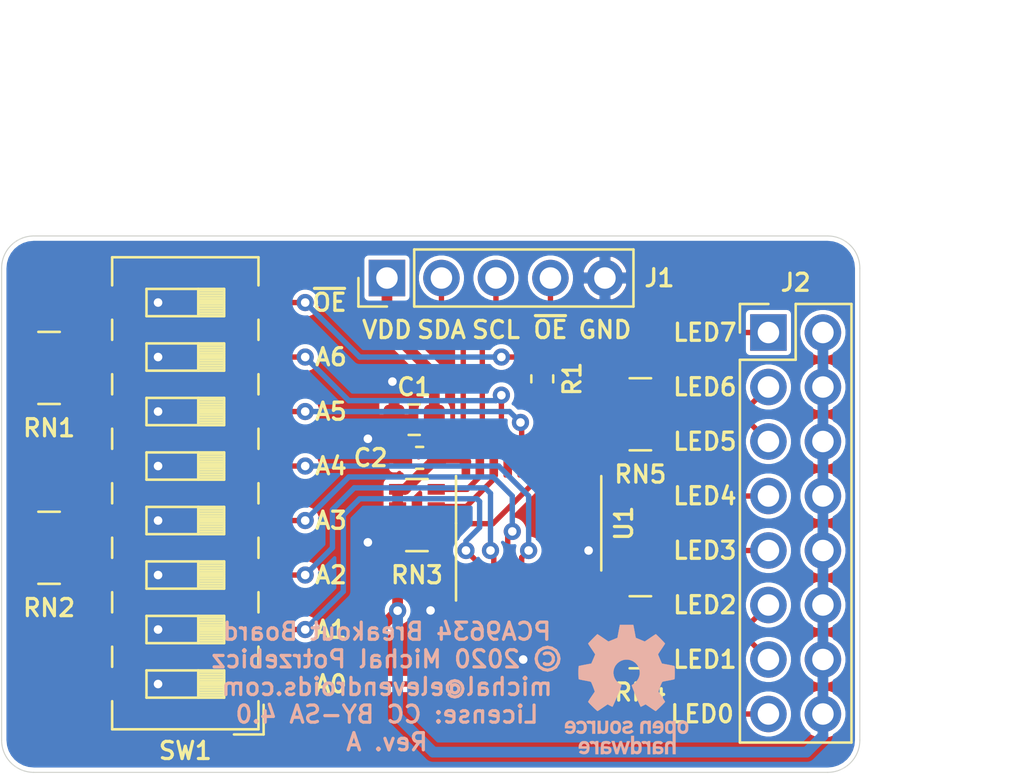
<source format=kicad_pcb>
(kicad_pcb (version 20171130) (host pcbnew 5.1.6)
  (title_block (title "PCA9634 Breakout Board") (date 2020-08-17) (rev A) (comment 3 "Michal Potrzebicz <michal@elevendroids.com>") (comment 4 "License: CC BY-SA 4.0"))
  (layers (0 F.Cu signal) (31 B.Cu signal) (34 B.Paste user) (35 F.Paste user) (36 B.SilkS user) (37 F.SilkS user) (38 B.Mask user) (39 F.Mask user) (44 Edge.Cuts user))
  (net 0 "")
  (net 1 GND)
  (net 2 /~OE)
  (net 3 /SDA)
  (net 4 /SCL)
  (net 5 "Net-(J2-Pad15)")
  (net 6 "Net-(J2-Pad13)")
  (net 7 "Net-(J2-Pad11)")
  (net 8 "Net-(J2-Pad9)")
  (net 9 "Net-(J2-Pad7)")
  (net 10 "Net-(J2-Pad5)")
  (net 11 "Net-(J2-Pad3)")
  (net 12 "Net-(J2-Pad1)")
  (net 13 "Net-(R1-Pad2)")
  (net 14 "Net-(RN1-Pad5)")
  (net 15 "Net-(RN1-Pad6)")
  (net 16 "Net-(RN1-Pad4)")
  (net 17 "Net-(RN1-Pad3)")
  (net 18 "Net-(RN4-Pad5)")
  (net 19 "Net-(RN4-Pad6)")
  (net 20 "Net-(RN4-Pad8)")
  (net 21 "Net-(RN4-Pad7)")
  (net 22 "Net-(RN5-Pad5)")
  (net 23 "Net-(RN5-Pad6)")
  (net 24 "Net-(RN5-Pad8)")
  (net 25 "Net-(RN5-Pad7)")
  (net 26 VDD)
  (net 27 /A6)
  (net 28 /A5)
  (net 29 /A4)
  (net 30 /A2)
  (net 31 /A3)
  (net 32 /A1)
  (net 33 /A0)
  (module Symbol:OSHW-Logo_5.7x6mm_SilkScreen (layer B.Cu) (at 155.956 122.047 180)
    (fp_text reference REF** hide)
    (fp_text value OSHW-Logo_5.7x6mm_SilkScreen hide)
  )
  (module Resistor_SMD:R_Array_Convex_4x0603 (layer F.Cu) (at 146.177 113.919)
    (fp_text reference RN3 (at 0 2.794) (layer F.SilkS) (effects (font (size 0.8 0.8))))
    (fp_text value 10k hide)
    (pad 5 smd rect (at 0.9 1.2) (size 0.8 0.5) (layers F.Cu F.Paste F.Mask) (net 33 /A0))
    (pad 6 smd rect (at 0.9 0.4) (size 0.8 0.4) (layers F.Cu F.Paste F.Mask) (net 2 /~OE))
    (pad 8 smd rect (at 0.9 -1.2) (size 0.8 0.5) (layers F.Cu F.Paste F.Mask) (net 3 /SDA))
    (pad 7 smd rect (at 0.9 -0.4) (size 0.8 0.4) (layers F.Cu F.Paste F.Mask) (net 4 /SCL))
    (pad 4 smd rect (at -0.9 1.2) (size 0.8 0.5) (layers F.Cu F.Paste F.Mask) (net 26 VDD))
    (pad 2 smd rect (at -0.9 -0.4) (size 0.8 0.4) (layers F.Cu F.Paste F.Mask) (net 26 VDD))
    (pad 3 smd rect (at -0.9 0.4) (size 0.8 0.4) (layers F.Cu F.Paste F.Mask) (net 26 VDD))
    (pad 1 smd rect (at -0.9 -1.2) (size 0.8 0.5) (layers F.Cu F.Paste F.Mask) (net 26 VDD))
  )
  (module Connector_PinHeader_2.54mm:PinHeader_2x08_P2.54mm_Vertical (layer F.Cu) (at 162.56 105.41)
    (fp_text reference J2 (at 1.27 -2.33) (layer F.SilkS) (effects (font (size 0.8 0.8))))
    (fp_text value Output hide)
    (pad 16 thru_hole oval (at 2.54 17.78) (size 1.7 1.7) (drill 1) (layers *.Cu *.Mask) (net 26 VDD))
    (pad 15 thru_hole oval (at 0 17.78) (size 1.7 1.7) (drill 1) (layers *.Cu *.Mask) (net 5 "Net-(J2-Pad15)"))
    (pad 14 thru_hole oval (at 2.54 15.24) (size 1.7 1.7) (drill 1) (layers *.Cu *.Mask) (net 26 VDD))
    (pad 13 thru_hole oval (at 0 15.24) (size 1.7 1.7) (drill 1) (layers *.Cu *.Mask) (net 6 "Net-(J2-Pad13)"))
    (pad 12 thru_hole oval (at 2.54 12.7) (size 1.7 1.7) (drill 1) (layers *.Cu *.Mask) (net 26 VDD))
    (pad 11 thru_hole oval (at 0 12.7) (size 1.7 1.7) (drill 1) (layers *.Cu *.Mask) (net 7 "Net-(J2-Pad11)"))
    (pad 10 thru_hole oval (at 2.54 10.16) (size 1.7 1.7) (drill 1) (layers *.Cu *.Mask) (net 26 VDD))
    (pad 9 thru_hole oval (at 0 10.16) (size 1.7 1.7) (drill 1) (layers *.Cu *.Mask) (net 8 "Net-(J2-Pad9)"))
    (pad 8 thru_hole oval (at 2.54 7.62) (size 1.7 1.7) (drill 1) (layers *.Cu *.Mask) (net 26 VDD))
    (pad 7 thru_hole oval (at 0 7.62) (size 1.7 1.7) (drill 1) (layers *.Cu *.Mask) (net 9 "Net-(J2-Pad7)"))
    (pad 6 thru_hole oval (at 2.54 5.08) (size 1.7 1.7) (drill 1) (layers *.Cu *.Mask) (net 26 VDD))
    (pad 5 thru_hole oval (at 0 5.08) (size 1.7 1.7) (drill 1) (layers *.Cu *.Mask) (net 10 "Net-(J2-Pad5)"))
    (pad 4 thru_hole oval (at 2.54 2.54) (size 1.7 1.7) (drill 1) (layers *.Cu *.Mask) (net 26 VDD))
    (pad 3 thru_hole oval (at 0 2.54) (size 1.7 1.7) (drill 1) (layers *.Cu *.Mask) (net 11 "Net-(J2-Pad3)"))
    (pad 2 thru_hole oval (at 2.54 0) (size 1.7 1.7) (drill 1) (layers *.Cu *.Mask) (net 26 VDD))
    (pad 1 thru_hole rect (at 0 0) (size 1.7 1.7) (drill 1) (layers *.Cu *.Mask) (net 12 "Net-(J2-Pad1)"))
  )
  (module Resistor_SMD:R_Array_Convex_4x0603 (layer F.Cu) (at 129.032 115.443 180)
    (fp_text reference RN2 (at 0 -2.8) (layer F.SilkS) (effects (font (size 0.8 0.8))))
    (fp_text value 10k hide)
    (pad 5 smd rect (at 0.9 1.2 180) (size 0.8 0.5) (layers F.Cu F.Paste F.Mask) (net 26 VDD))
    (pad 6 smd rect (at 0.9 0.4 180) (size 0.8 0.4) (layers F.Cu F.Paste F.Mask) (net 26 VDD))
    (pad 8 smd rect (at 0.9 -1.2 180) (size 0.8 0.5) (layers F.Cu F.Paste F.Mask) (net 26 VDD))
    (pad 7 smd rect (at 0.9 -0.4 180) (size 0.8 0.4) (layers F.Cu F.Paste F.Mask) (net 26 VDD))
    (pad 4 smd rect (at -0.9 1.2 180) (size 0.8 0.5) (layers F.Cu F.Paste F.Mask) (net 29 /A4))
    (pad 2 smd rect (at -0.9 -0.4 180) (size 0.8 0.4) (layers F.Cu F.Paste F.Mask) (net 30 /A2))
    (pad 3 smd rect (at -0.9 0.4 180) (size 0.8 0.4) (layers F.Cu F.Paste F.Mask) (net 31 /A3))
    (pad 1 smd rect (at -0.9 -1.2 180) (size 0.8 0.5) (layers F.Cu F.Paste F.Mask) (net 32 /A1))
  )
  (module Button_Switch_SMD:SW_DIP_SPSTx08_Slide_6.7x21.88mm_W6.73mm_P2.54mm_LowProfile_JPin (layer F.Cu) (at 135.382 112.903 180)
    (fp_text reference SW1 (at 0 -12) (layer F.SilkS) (effects (font (size 0.8 0.8))))
    (fp_text value Address/~OE hide)
    (pad 16 smd rect (at 3.365 -8.89 180) (size 2.16 1.12) (layers F.Cu F.Paste F.Mask) (net 1 GND))
    (pad 8 smd rect (at -3.365 8.89 180) (size 2.16 1.12) (layers F.Cu F.Paste F.Mask) (net 13 "Net-(R1-Pad2)"))
    (pad 15 smd rect (at 3.365 -6.35 180) (size 2.16 1.12) (layers F.Cu F.Paste F.Mask) (net 1 GND))
    (pad 7 smd rect (at -3.365 6.35 180) (size 2.16 1.12) (layers F.Cu F.Paste F.Mask) (net 27 /A6))
    (pad 14 smd rect (at 3.365 -3.81 180) (size 2.16 1.12) (layers F.Cu F.Paste F.Mask) (net 1 GND))
    (pad 6 smd rect (at -3.365 3.81 180) (size 2.16 1.12) (layers F.Cu F.Paste F.Mask) (net 28 /A5))
    (pad 13 smd rect (at 3.365 -1.27 180) (size 2.16 1.12) (layers F.Cu F.Paste F.Mask) (net 1 GND))
    (pad 5 smd rect (at -3.365 1.27 180) (size 2.16 1.12) (layers F.Cu F.Paste F.Mask) (net 29 /A4))
    (pad 12 smd rect (at 3.365 1.27 180) (size 2.16 1.12) (layers F.Cu F.Paste F.Mask) (net 1 GND))
    (pad 4 smd rect (at -3.365 -1.27 180) (size 2.16 1.12) (layers F.Cu F.Paste F.Mask) (net 31 /A3))
    (pad 11 smd rect (at 3.365 3.81 180) (size 2.16 1.12) (layers F.Cu F.Paste F.Mask) (net 1 GND))
    (pad 3 smd rect (at -3.365 -3.81 180) (size 2.16 1.12) (layers F.Cu F.Paste F.Mask) (net 30 /A2))
    (pad 10 smd rect (at 3.365 6.35 180) (size 2.16 1.12) (layers F.Cu F.Paste F.Mask) (net 1 GND))
    (pad 2 smd rect (at -3.365 -6.35 180) (size 2.16 1.12) (layers F.Cu F.Paste F.Mask) (net 32 /A1))
    (pad 9 smd rect (at 3.365 8.89 180) (size 2.16 1.12) (layers F.Cu F.Paste F.Mask) (net 1 GND))
    (pad 1 smd rect (at -3.365 -8.89 180) (size 2.16 1.12) (layers F.Cu F.Paste F.Mask) (net 33 /A0))
  )
  (module Package_SO:TSSOP-20_4.4x6.5mm_P0.65mm (layer F.Cu) (at 151.384 114.3 90)
    (fp_text reference U1 (at 0 4.436 90) (layer F.SilkS) (effects (font (size 0.8 0.8))))
    (fp_text value PCA9634PW hide)
    (pad 20 smd roundrect (at 2.8625 -2.925 90) (size 1.475 0.4) (layers F.Cu F.Paste F.Mask) (net 26 VDD))
    (pad 19 smd roundrect (at 2.8625 -2.275 90) (size 1.475 0.4) (layers F.Cu F.Paste F.Mask) (net 3 /SDA))
    (pad 18 smd roundrect (at 2.8625 -1.625 90) (size 1.475 0.4) (layers F.Cu F.Paste F.Mask) (net 4 /SCL))
    (pad 17 smd roundrect (at 2.8625 -0.975 90) (size 1.475 0.4) (layers F.Cu F.Paste F.Mask) (net 27 /A6))
    (pad 16 smd roundrect (at 2.8625 -0.325 90) (size 1.475 0.4) (layers F.Cu F.Paste F.Mask) (net 28 /A5))
    (pad 15 smd roundrect (at 2.8625 0.325 90) (size 1.475 0.4) (layers F.Cu F.Paste F.Mask) (net 2 /~OE))
    (pad 14 smd roundrect (at 2.8625 0.975 90) (size 1.475 0.4) (layers F.Cu F.Paste F.Mask) (net 22 "Net-(RN5-Pad5)"))
    (pad 13 smd roundrect (at 2.8625 1.625 90) (size 1.475 0.4) (layers F.Cu F.Paste F.Mask) (net 23 "Net-(RN5-Pad6)"))
    (pad 12 smd roundrect (at 2.8625 2.275 90) (size 1.475 0.4) (layers F.Cu F.Paste F.Mask) (net 25 "Net-(RN5-Pad7)"))
    (pad 11 smd roundrect (at 2.8625 2.925 90) (size 1.475 0.4) (layers F.Cu F.Paste F.Mask) (net 24 "Net-(RN5-Pad8)"))
    (pad 10 smd roundrect (at -2.8625 2.925 90) (size 1.475 0.4) (layers F.Cu F.Paste F.Mask) (net 1 GND))
    (pad 9 smd roundrect (at -2.8625 2.275 90) (size 1.475 0.4) (layers F.Cu F.Paste F.Mask) (net 18 "Net-(RN4-Pad5)"))
    (pad 8 smd roundrect (at -2.8625 1.625 90) (size 1.475 0.4) (layers F.Cu F.Paste F.Mask) (net 19 "Net-(RN4-Pad6)"))
    (pad 7 smd roundrect (at -2.8625 0.975 90) (size 1.475 0.4) (layers F.Cu F.Paste F.Mask) (net 21 "Net-(RN4-Pad7)"))
    (pad 6 smd roundrect (at -2.8625 0.325 90) (size 1.475 0.4) (layers F.Cu F.Paste F.Mask) (net 20 "Net-(RN4-Pad8)"))
    (pad 5 smd roundrect (at -2.8625 -0.325 90) (size 1.475 0.4) (layers F.Cu F.Paste F.Mask) (net 29 /A4))
    (pad 4 smd roundrect (at -2.8625 -0.975 90) (size 1.475 0.4) (layers F.Cu F.Paste F.Mask) (net 31 /A3))
    (pad 3 smd roundrect (at -2.8625 -1.625 90) (size 1.475 0.4) (layers F.Cu F.Paste F.Mask) (net 30 /A2))
    (pad 2 smd roundrect (at -2.8625 -2.275 90) (size 1.475 0.4) (layers F.Cu F.Paste F.Mask) (net 32 /A1))
    (pad 1 smd roundrect (at -2.8625 -2.925 90) (size 1.475 0.4) (layers F.Cu F.Paste F.Mask) (net 33 /A0))
  )
  (module Resistor_SMD:R_Array_Convex_4x0603 (layer F.Cu) (at 156.591 109.22 180)
    (fp_text reference RN5 (at 0 -2.8) (layer F.SilkS) (effects (font (size 0.8 0.8))))
    (fp_text value 150R hide)
    (pad 5 smd rect (at 0.9 1.2 180) (size 0.8 0.5) (layers F.Cu F.Paste F.Mask) (net 22 "Net-(RN5-Pad5)"))
    (pad 6 smd rect (at 0.9 0.4 180) (size 0.8 0.4) (layers F.Cu F.Paste F.Mask) (net 23 "Net-(RN5-Pad6)"))
    (pad 8 smd rect (at 0.9 -1.2 180) (size 0.8 0.5) (layers F.Cu F.Paste F.Mask) (net 24 "Net-(RN5-Pad8)"))
    (pad 7 smd rect (at 0.9 -0.4 180) (size 0.8 0.4) (layers F.Cu F.Paste F.Mask) (net 25 "Net-(RN5-Pad7)"))
    (pad 4 smd rect (at -0.9 1.2 180) (size 0.8 0.5) (layers F.Cu F.Paste F.Mask) (net 12 "Net-(J2-Pad1)"))
    (pad 2 smd rect (at -0.9 -0.4 180) (size 0.8 0.4) (layers F.Cu F.Paste F.Mask) (net 10 "Net-(J2-Pad5)"))
    (pad 3 smd rect (at -0.9 0.4 180) (size 0.8 0.4) (layers F.Cu F.Paste F.Mask) (net 11 "Net-(J2-Pad3)"))
    (pad 1 smd rect (at -0.9 -1.2 180) (size 0.8 0.5) (layers F.Cu F.Paste F.Mask) (net 9 "Net-(J2-Pad7)"))
  )
  (module Resistor_SMD:R_Array_Convex_4x0603 (layer F.Cu) (at 156.591 119.38 180)
    (fp_text reference RN4 (at 0 -2.8) (layer F.SilkS) (effects (font (size 0.8 0.8))))
    (fp_text value 150R hide)
    (pad 5 smd rect (at 0.9 1.2 180) (size 0.8 0.5) (layers F.Cu F.Paste F.Mask) (net 18 "Net-(RN4-Pad5)"))
    (pad 6 smd rect (at 0.9 0.4 180) (size 0.8 0.4) (layers F.Cu F.Paste F.Mask) (net 19 "Net-(RN4-Pad6)"))
    (pad 8 smd rect (at 0.9 -1.2 180) (size 0.8 0.5) (layers F.Cu F.Paste F.Mask) (net 20 "Net-(RN4-Pad8)"))
    (pad 7 smd rect (at 0.9 -0.4 180) (size 0.8 0.4) (layers F.Cu F.Paste F.Mask) (net 21 "Net-(RN4-Pad7)"))
    (pad 4 smd rect (at -0.9 1.2 180) (size 0.8 0.5) (layers F.Cu F.Paste F.Mask) (net 8 "Net-(J2-Pad9)"))
    (pad 2 smd rect (at -0.9 -0.4 180) (size 0.8 0.4) (layers F.Cu F.Paste F.Mask) (net 6 "Net-(J2-Pad13)"))
    (pad 3 smd rect (at -0.9 0.4 180) (size 0.8 0.4) (layers F.Cu F.Paste F.Mask) (net 7 "Net-(J2-Pad11)"))
    (pad 1 smd rect (at -0.9 -1.2 180) (size 0.8 0.5) (layers F.Cu F.Paste F.Mask) (net 5 "Net-(J2-Pad15)"))
  )
  (module Resistor_SMD:R_Array_Convex_4x0603 (layer F.Cu) (at 129.032 107.061 180)
    (fp_text reference RN1 (at 0 -2.8) (layer F.SilkS) (effects (font (size 0.8 0.8))))
    (fp_text value 10k hide)
    (pad 5 smd rect (at 0.9 1.2 180) (size 0.8 0.5) (layers F.Cu F.Paste F.Mask) (net 14 "Net-(RN1-Pad5)"))
    (pad 6 smd rect (at 0.9 0.4 180) (size 0.8 0.4) (layers F.Cu F.Paste F.Mask) (net 15 "Net-(RN1-Pad6)"))
    (pad 8 smd rect (at 0.9 -1.2 180) (size 0.8 0.5) (layers F.Cu F.Paste F.Mask) (net 26 VDD))
    (pad 7 smd rect (at 0.9 -0.4 180) (size 0.8 0.4) (layers F.Cu F.Paste F.Mask) (net 26 VDD))
    (pad 4 smd rect (at -0.9 1.2 180) (size 0.8 0.5) (layers F.Cu F.Paste F.Mask) (net 16 "Net-(RN1-Pad4)"))
    (pad 2 smd rect (at -0.9 -0.4 180) (size 0.8 0.4) (layers F.Cu F.Paste F.Mask) (net 27 /A6))
    (pad 3 smd rect (at -0.9 0.4 180) (size 0.8 0.4) (layers F.Cu F.Paste F.Mask) (net 17 "Net-(RN1-Pad3)"))
    (pad 1 smd rect (at -0.9 -1.2 180) (size 0.8 0.5) (layers F.Cu F.Paste F.Mask) (net 28 /A5))
  )
  (module Resistor_SMD:R_0603_1608Metric (layer F.Cu) (at 152.019 107.569 90)
    (fp_text reference R1 (at 0 1.397 90) (layer F.SilkS) (effects (font (size 0.8 0.8))))
    (fp_text value 150R hide)
    (pad 2 smd roundrect (at 0.7875 0 90) (size 0.875 0.95) (layers F.Cu F.Paste F.Mask) (net 13 "Net-(R1-Pad2)"))
    (pad 1 smd roundrect (at -0.7875 0 90) (size 0.875 0.95) (layers F.Cu F.Paste F.Mask) (net 2 /~OE))
  )
  (module Connector_PinHeader_2.54mm:PinHeader_1x05_P2.54mm_Vertical (layer F.Cu) (at 144.78 102.87 90)
    (fp_text reference J1 (at 0 12.7 180) (layer F.SilkS) (effects (font (size 0.8 0.8))))
    (fp_text value Input hide)
    (pad 5 thru_hole oval (at 0 10.16 90) (size 1.7 1.7) (drill 1) (layers *.Cu *.Mask) (net 1 GND))
    (pad 4 thru_hole oval (at 0 7.62 90) (size 1.7 1.7) (drill 1) (layers *.Cu *.Mask) (net 2 /~OE))
    (pad 3 thru_hole oval (at 0 5.08 90) (size 1.7 1.7) (drill 1) (layers *.Cu *.Mask) (net 4 /SCL))
    (pad 2 thru_hole oval (at 0 2.54 90) (size 1.7 1.7) (drill 1) (layers *.Cu *.Mask) (net 3 /SDA))
    (pad 1 thru_hole rect (at 0 0 90) (size 1.7 1.7) (drill 1) (layers *.Cu *.Mask) (net 26 VDD))
  )
  (module Capacitor_SMD:C_0603_1608Metric (layer F.Cu) (at 146.304 111.252 180)
    (fp_text reference C2 (at 2.286 0) (layer F.SilkS) (effects (font (size 0.8 0.8))))
    (fp_text value 100n hide)
    (pad 2 smd roundrect (at 0.7875 0 180) (size 0.875 0.95) (layers F.Cu F.Paste F.Mask) (net 1 GND))
    (pad 1 smd roundrect (at -0.7875 0 180) (size 0.875 0.95) (layers F.Cu F.Paste F.Mask) (net 26 VDD))
  )
  (module Capacitor_SMD:C_0805_2012Metric (layer F.Cu) (at 146.05 109.474 180)
    (fp_text reference C1 (at 0 1.524) (layer F.SilkS) (effects (font (size 0.8 0.8))))
    (fp_text value 10u hide)
    (pad 2 smd roundrect (at 0.9375 0 180) (size 0.975 1.4) (layers F.Cu F.Paste F.Mask) (net 1 GND))
    (pad 1 smd roundrect (at -0.9375 0 180) (size 0.975 1.4) (layers F.Cu F.Paste F.Mask) (net 26 VDD))
  )
  (gr_text "PCA9634 Breakout Board\n© 2020 Michal Potrzebicz\nmichal@elevendroids.com\nLicense: CC BY-SA 4.0\nRev. A" (at 144.78 121.92) (layer B.SilkS) (effects (font (size 0.8 0.8)) (justify mirror)))
  (gr_arc (start 128.32 102.41) (end 128.32 100.91) (angle -90) (layer Edge.Cuts) (width 0.05))
  (gr_arc (start 128.32 124.41) (end 126.82 124.41) (angle -90) (layer Edge.Cuts) (width 0.05))
  (gr_arc (start 165.32 124.41) (end 165.32 125.91) (angle -90) (layer Edge.Cuts) (width 0.05))
  (gr_arc (start 165.32 102.41) (end 166.82 102.41) (angle -90) (layer Edge.Cuts) (width 0.05))
  (gr_text GND (at 154.94 105.283) (layer F.SilkS) (effects (font (size 0.8 0.8))))
  (gr_text ~OE (at 152.4 105.283) (layer F.SilkS) (effects (font (size 0.8 0.8))))
  (gr_text SCL (at 149.86 105.283) (layer F.SilkS) (effects (font (size 0.8 0.8))))
  (gr_text SDA (at 147.32 105.283) (layer F.SilkS) (effects (font (size 0.8 0.8))))
  (gr_text VDD (at 144.78 105.283) (layer F.SilkS) (effects (font (size 0.8 0.8))))
  (gr_text LED7 (at 161.163 105.41) (layer F.SilkS) (effects (font (size 0.8 0.8)) (justify right)))
  (gr_text LED6 (at 161.163 107.95) (layer F.SilkS) (effects (font (size 0.8 0.8)) (justify right)))
  (gr_text LED5 (at 161.163 110.49) (layer F.SilkS) (effects (font (size 0.8 0.8)) (justify right)))
  (gr_text LED4 (at 161.163 113.03) (layer F.SilkS) (effects (font (size 0.8 0.8)) (justify right)))
  (gr_text LED3 (at 161.163 115.57) (layer F.SilkS) (effects (font (size 0.8 0.8)) (justify right)))
  (gr_text LED2 (at 161.163 118.11) (layer F.SilkS) (effects (font (size 0.8 0.8)) (justify right)))
  (gr_text LED1 (at 161.163 120.65) (layer F.SilkS) (effects (font (size 0.8 0.8)) (justify right)))
  (gr_text LED0 (at 161.036 123.19) (layer F.SilkS) (effects (font (size 0.8 0.8)) (justify right)))
  (gr_text A0 (at 141.351 121.793) (layer F.SilkS) (effects (font (size 0.8 0.8)) (justify left)))
  (gr_text A1 (at 141.351 119.253) (layer F.SilkS) (effects (font (size 0.8 0.8)) (justify left)))
  (gr_text A2 (at 141.351 116.713) (layer F.SilkS) (effects (font (size 0.8 0.8)) (justify left)))
  (gr_text A3 (at 141.351 114.173) (layer F.SilkS) (effects (font (size 0.8 0.8)) (justify left)))
  (gr_text A4 (at 141.351 111.633) (layer F.SilkS) (effects (font (size 0.8 0.8)) (justify left)))
  (gr_text A5 (at 141.351 109.093) (layer F.SilkS) (effects (font (size 0.8 0.8)) (justify left)))
  (gr_text A6 (at 141.351 106.553) (layer F.SilkS) (effects (font (size 0.8 0.8)) (justify left)))
  (gr_text ~OE (at 141.224 104.013) (layer F.SilkS) (effects (font (size 0.8 0.8)) (justify left)))
  (gr_line (start 126.82 124.41) (end 126.82 102.41) (layer Edge.Cuts) (width 0.05))
  (gr_line (start 165.32 125.91) (end 128.32 125.91) (layer Edge.Cuts) (width 0.05))
  (gr_line (start 166.82 102.41) (end 166.82 124.41) (layer Edge.Cuts) (width 0.05))
  (gr_line (start 128.32 100.91) (end 165.32 100.91) (layer Edge.Cuts) (width 0.05))
  (via (at 154.178 115.57) (size 0.8) (drill 0.4) (layers F.Cu B.Cu) (net 1))
  (via (at 145.034 107.696) (size 0.8) (drill 0.4) (layers F.Cu B.Cu) (net 1))
  (via (at 143.891 110.363) (size 0.8) (drill 0.4) (layers F.Cu B.Cu) (net 1))
  (via (at 134.112 104.013) (size 0.8) (drill 0.4) (layers F.Cu B.Cu) (net 1))
  (via (at 134.112 106.553) (size 0.8) (drill 0.4) (layers F.Cu B.Cu) (net 1))
  (via (at 134.112 109.093) (size 0.8) (drill 0.4) (layers F.Cu B.Cu) (net 1))
  (via (at 134.112 111.633) (size 0.8) (drill 0.4) (layers F.Cu B.Cu) (net 1))
  (via (at 134.112 114.173) (size 0.8) (drill 0.4) (layers F.Cu B.Cu) (net 1))
  (via (at 134.112 119.253) (size 0.8) (drill 0.4) (layers F.Cu B.Cu) (net 1))
  (via (at 134.112 121.793) (size 0.8) (drill 0.4) (layers F.Cu B.Cu) (net 1))
  (via (at 151.13 120.65) (size 0.8) (drill 0.4) (layers F.Cu B.Cu) (net 1))
  (via (at 146.812 118.364) (size 0.8) (drill 0.4) (layers F.Cu B.Cu) (net 1))
  (via (at 134.112 116.713) (size 0.8) (drill 0.4) (layers F.Cu B.Cu) (net 1))
  (via (at 143.891 115.189) (size 0.8) (drill 0.4) (layers F.Cu B.Cu) (net 1))
  (segment (start 151.709 111.4375) (end 151.709 112.324) (width 0.25) (layer F.Cu) (net 2))
  (segment (start 149.714 114.319) (end 147.077 114.319) (width 0.25) (layer F.Cu) (net 2))
  (segment (start 151.709 112.324) (end 149.714 114.319) (width 0.25) (layer F.Cu) (net 2))
  (segment (start 151.709 110.29059) (end 151.709 111.4375) (width 0.25) (layer F.Cu) (net 2))
  (segment (start 152.019 109.98059) (end 151.709 110.29059) (width 0.25) (layer F.Cu) (net 2))
  (segment (start 152.019 108.3565) (end 152.019 109.98059) (width 0.25) (layer F.Cu) (net 2))
  (segment (start 152.019 108.3565) (end 152.8825 108.3565) (width 0.25) (layer F.Cu) (net 2))
  (segment (start 152.8825 108.3565) (end 153.289 107.95) (width 0.25) (layer F.Cu) (net 2))
  (segment (start 153.289 107.95) (end 153.289 105.664) (width 0.25) (layer F.Cu) (net 2))
  (segment (start 152.4 104.775) (end 152.4 102.87) (width 0.25) (layer F.Cu) (net 2))
  (segment (start 153.289 105.664) (end 152.4 104.775) (width 0.25) (layer F.Cu) (net 2))
  (segment (start 149.109 111.4375) (end 149.109 110.247) (width 0.25) (layer F.Cu) (net 3))
  (segment (start 149.109 110.247) (end 148.336 109.474) (width 0.25) (layer F.Cu) (net 3))
  (segment (start 148.336 109.474) (end 148.336 105.41) (width 0.25) (layer F.Cu) (net 3))
  (segment (start 147.32 104.394) (end 147.32 102.87) (width 0.25) (layer F.Cu) (net 3))
  (segment (start 148.336 105.41) (end 147.32 104.394) (width 0.25) (layer F.Cu) (net 3))
  (segment (start 149.109 112.126058) (end 149.109 111.4375) (width 0.25) (layer F.Cu) (net 3))
  (segment (start 148.516058 112.719) (end 149.109 112.126058) (width 0.25) (layer F.Cu) (net 3))
  (segment (start 147.077 112.719) (end 148.516058 112.719) (width 0.25) (layer F.Cu) (net 3))
  (segment (start 149.86 102.87) (end 149.86 104.775) (width 0.25) (layer F.Cu) (net 4))
  (segment (start 149.86 104.775) (end 149.225 105.41) (width 0.25) (layer F.Cu) (net 4))
  (segment (start 149.225 105.41) (end 149.225 109.601) (width 0.25) (layer F.Cu) (net 4))
  (segment (start 149.759 110.135) (end 149.759 111.4375) (width 0.25) (layer F.Cu) (net 4))
  (segment (start 149.225 109.601) (end 149.759 110.135) (width 0.25) (layer F.Cu) (net 4))
  (segment (start 147.077 113.519) (end 148.482 113.519) (width 0.25) (layer F.Cu) (net 4))
  (segment (start 149.759 112.242) (end 149.759 111.4375) (width 0.25) (layer F.Cu) (net 4))
  (segment (start 148.482 113.519) (end 149.759 112.242) (width 0.25) (layer F.Cu) (net 4))
  (segment (start 157.491 120.58) (end 158.807 120.58) (width 0.25) (layer F.Cu) (net 5))
  (segment (start 161.417 123.19) (end 162.56 123.19) (width 0.25) (layer F.Cu) (net 5))
  (segment (start 158.807 120.58) (end 161.417 123.19) (width 0.25) (layer F.Cu) (net 5))
  (segment (start 161.69 119.78) (end 162.56 120.65) (width 0.25) (layer F.Cu) (net 6))
  (segment (start 157.491 119.78) (end 161.69 119.78) (width 0.25) (layer F.Cu) (net 6))
  (segment (start 161.69 118.98) (end 162.56 118.11) (width 0.25) (layer F.Cu) (net 7))
  (segment (start 157.491 118.98) (end 161.69 118.98) (width 0.25) (layer F.Cu) (net 7))
  (segment (start 157.491 118.18) (end 158.807 118.18) (width 0.25) (layer F.Cu) (net 8))
  (segment (start 161.417 115.57) (end 162.56 115.57) (width 0.25) (layer F.Cu) (net 8))
  (segment (start 158.807 118.18) (end 161.417 115.57) (width 0.25) (layer F.Cu) (net 8))
  (segment (start 157.491 110.42) (end 158.807 110.42) (width 0.25) (layer F.Cu) (net 9))
  (segment (start 161.417 113.03) (end 162.56 113.03) (width 0.25) (layer F.Cu) (net 9))
  (segment (start 158.807 110.42) (end 161.417 113.03) (width 0.25) (layer F.Cu) (net 9))
  (segment (start 161.69 109.62) (end 162.56 110.49) (width 0.25) (layer F.Cu) (net 10))
  (segment (start 157.491 109.62) (end 161.69 109.62) (width 0.25) (layer F.Cu) (net 10))
  (segment (start 161.69 108.82) (end 162.56 107.95) (width 0.25) (layer F.Cu) (net 11))
  (segment (start 157.491 108.82) (end 161.69 108.82) (width 0.25) (layer F.Cu) (net 11))
  (segment (start 157.491 108.02) (end 158.807 108.02) (width 0.25) (layer F.Cu) (net 12))
  (segment (start 161.417 105.41) (end 162.56 105.41) (width 0.25) (layer F.Cu) (net 12))
  (segment (start 158.807 108.02) (end 161.417 105.41) (width 0.25) (layer F.Cu) (net 12))
  (via (at 150.114 106.553) (size 0.8) (drill 0.4) (layers F.Cu B.Cu) (net 13))
  (segment (start 150.114 106.553) (end 143.891 106.553) (width 0.25) (layer B.Cu) (net 13))
  (via (at 140.97 104.013) (size 0.8) (drill 0.4) (layers F.Cu B.Cu) (net 13))
  (segment (start 143.51 106.553) (end 140.97 104.013) (width 0.25) (layer B.Cu) (net 13))
  (segment (start 143.891 106.553) (end 143.51 106.553) (width 0.25) (layer B.Cu) (net 13))
  (segment (start 140.97 104.013) (end 138.747 104.013) (width 0.25) (layer F.Cu) (net 13))
  (segment (start 151.7905 106.553) (end 152.019 106.7815) (width 0.25) (layer F.Cu) (net 13))
  (segment (start 150.114 106.553) (end 151.7905 106.553) (width 0.25) (layer F.Cu) (net 13))
  (segment (start 153.659 118.099) (end 153.659 117.1625) (width 0.25) (layer F.Cu) (net 18))
  (segment (start 154.051 118.491) (end 153.659 118.099) (width 0.25) (layer F.Cu) (net 18))
  (segment (start 154.73 118.491) (end 154.051 118.491) (width 0.25) (layer F.Cu) (net 18))
  (segment (start 155.041 118.18) (end 154.73 118.491) (width 0.25) (layer F.Cu) (net 18))
  (segment (start 155.691 118.18) (end 155.041 118.18) (width 0.25) (layer F.Cu) (net 18))
  (segment (start 155.691 118.98) (end 153.778 118.98) (width 0.25) (layer F.Cu) (net 19))
  (segment (start 153.009 118.211) (end 153.009 117.1625) (width 0.25) (layer F.Cu) (net 19))
  (segment (start 153.778 118.98) (end 153.009 118.211) (width 0.25) (layer F.Cu) (net 19))
  (segment (start 155.691 120.58) (end 153.854 120.58) (width 0.25) (layer F.Cu) (net 20))
  (segment (start 151.709 118.435) (end 151.709 117.1625) (width 0.25) (layer F.Cu) (net 20))
  (segment (start 153.854 120.58) (end 151.709 118.435) (width 0.25) (layer F.Cu) (net 20))
  (segment (start 155.691 119.78) (end 153.816 119.78) (width 0.25) (layer F.Cu) (net 21))
  (segment (start 152.359 118.323) (end 152.359 117.1625) (width 0.25) (layer F.Cu) (net 21))
  (segment (start 153.816 119.78) (end 152.359 118.323) (width 0.25) (layer F.Cu) (net 21))
  (segment (start 155.691 108.02) (end 154.616 108.02) (width 0.25) (layer F.Cu) (net 22))
  (segment (start 152.359 110.277) (end 152.359 111.4375) (width 0.25) (layer F.Cu) (net 22))
  (segment (start 154.616 108.02) (end 152.359 110.277) (width 0.25) (layer F.Cu) (net 22))
  (segment (start 155.691 108.82) (end 154.578 108.82) (width 0.25) (layer F.Cu) (net 23))
  (segment (start 153.009 110.389) (end 153.009 111.4375) (width 0.25) (layer F.Cu) (net 23))
  (segment (start 154.578 108.82) (end 153.009 110.389) (width 0.25) (layer F.Cu) (net 23))
  (segment (start 155.691 110.42) (end 154.502 110.42) (width 0.25) (layer F.Cu) (net 24))
  (segment (start 154.309 110.613) (end 154.309 111.4375) (width 0.25) (layer F.Cu) (net 24))
  (segment (start 154.502 110.42) (end 154.309 110.613) (width 0.25) (layer F.Cu) (net 24))
  (segment (start 155.691 109.62) (end 154.54 109.62) (width 0.25) (layer F.Cu) (net 25))
  (segment (start 153.659 110.501) (end 153.659 111.4375) (width 0.25) (layer F.Cu) (net 25))
  (segment (start 154.54 109.62) (end 153.659 110.501) (width 0.25) (layer F.Cu) (net 25))
  (segment (start 144.78 102.87) (end 144.78 105.156) (width 0.5) (layer F.Cu) (net 26))
  (segment (start 146.9875 107.3635) (end 146.9875 109.474) (width 0.5) (layer F.Cu) (net 26))
  (segment (start 144.78 105.156) (end 146.9875 107.3635) (width 0.5) (layer F.Cu) (net 26))
  (segment (start 146.9875 111.148) (end 147.0915 111.252) (width 0.5) (layer F.Cu) (net 26))
  (segment (start 146.9875 109.474) (end 146.9875 111.148) (width 0.5) (layer F.Cu) (net 26))
  (segment (start 148.2735 111.252) (end 148.459 111.4375) (width 0.5) (layer F.Cu) (net 26))
  (segment (start 147.0915 111.252) (end 148.2735 111.252) (width 0.5) (layer F.Cu) (net 26))
  (segment (start 128.132 107.461) (end 128.132 108.261) (width 0.5) (layer F.Cu) (net 26))
  (segment (start 128.132 114.243) (end 128.132 108.261) (width 0.5) (layer F.Cu) (net 26))
  (segment (start 128.132 114.243) (end 128.132 115.043) (width 0.5) (layer F.Cu) (net 26))
  (segment (start 128.132 115.043) (end 128.132 115.843) (width 0.5) (layer F.Cu) (net 26))
  (segment (start 128.132 115.843) (end 128.132 116.643) (width 0.5) (layer F.Cu) (net 26))
  (segment (start 128.132 116.643) (end 128.132 118.226) (width 0.5) (layer F.Cu) (net 26))
  (segment (start 128.132 118.226) (end 130.429 120.523) (width 0.5) (layer F.Cu) (net 26))
  (segment (start 130.429 120.523) (end 143.129 120.523) (width 0.5) (layer F.Cu) (net 26))
  (segment (start 145.277 118.375) (end 145.277 115.119) (width 0.5) (layer F.Cu) (net 26))
  (segment (start 143.129 120.523) (end 145.277 118.375) (width 0.5) (layer F.Cu) (net 26))
  (segment (start 145.277 115.119) (end 145.277 114.319) (width 0.5) (layer F.Cu) (net 26))
  (segment (start 145.277 114.319) (end 145.277 113.519) (width 0.5) (layer F.Cu) (net 26))
  (segment (start 145.277 113.519) (end 145.277 112.719) (width 0.5) (layer F.Cu) (net 26))
  (segment (start 145.6245 112.719) (end 147.0915 111.252) (width 0.5) (layer F.Cu) (net 26))
  (segment (start 145.277 112.719) (end 145.6245 112.719) (width 0.5) (layer F.Cu) (net 26))
  (segment (start 165.1 123.19) (end 165.1 124.206) (width 0.5) (layer B.Cu) (net 26))
  (segment (start 165.1 124.206) (end 164.338 124.968) (width 0.5) (layer B.Cu) (net 26))
  (segment (start 164.338 124.968) (end 146.939 124.968) (width 0.5) (layer B.Cu) (net 26))
  (via (at 145.277 118.375) (size 0.8) (drill 0.4) (layers F.Cu B.Cu) (net 26))
  (segment (start 145.277 123.306) (end 145.277 118.375) (width 0.5) (layer B.Cu) (net 26))
  (segment (start 146.939 124.968) (end 145.277 123.306) (width 0.5) (layer B.Cu) (net 26))
  (segment (start 165.1 105.41) (end 165.1 107.95) (width 0.5) (layer B.Cu) (net 26))
  (segment (start 165.1 107.95) (end 165.1 110.49) (width 0.5) (layer B.Cu) (net 26))
  (segment (start 165.1 110.49) (end 165.1 113.03) (width 0.5) (layer B.Cu) (net 26))
  (segment (start 165.1 113.03) (end 165.1 115.57) (width 0.5) (layer B.Cu) (net 26))
  (segment (start 165.1 115.57) (end 165.1 118.11) (width 0.5) (layer B.Cu) (net 26))
  (segment (start 165.1 118.11) (end 165.1 120.65) (width 0.5) (layer B.Cu) (net 26))
  (segment (start 165.1 120.65) (end 165.1 123.19) (width 0.5) (layer B.Cu) (net 26))
  (via (at 140.97 106.553) (size 0.8) (drill 0.4) (layers F.Cu B.Cu) (net 27))
  (segment (start 138.747 106.553) (end 140.97 106.553) (width 0.25) (layer F.Cu) (net 27))
  (segment (start 150.409 110.080002) (end 150.409 111.4375) (width 0.25) (layer F.Cu) (net 27))
  (segment (start 150.114 109.785002) (end 150.409 110.080002) (width 0.25) (layer F.Cu) (net 27))
  (segment (start 150.114 108.331) (end 150.114 109.785002) (width 0.25) (layer F.Cu) (net 27))
  (via (at 150.114 108.331) (size 0.8) (drill 0.4) (layers F.Cu B.Cu) (net 27))
  (segment (start 143.002 108.585) (end 140.97 106.553) (width 0.25) (layer B.Cu) (net 27))
  (segment (start 129.94 107.461) (end 130.10599 107.62699) (width 0.25) (layer F.Cu) (net 27))
  (segment (start 129.932 107.461) (end 129.94 107.461) (width 0.25) (layer F.Cu) (net 27))
  (segment (start 130.10599 107.62699) (end 138.37201 107.62699) (width 0.25) (layer F.Cu) (net 27))
  (segment (start 138.747 107.252) (end 138.747 106.553) (width 0.25) (layer F.Cu) (net 27))
  (segment (start 138.37201 107.62699) (end 138.747 107.252) (width 0.25) (layer F.Cu) (net 27))
  (segment (start 149.86 108.585) (end 150.114 108.331) (width 0.25) (layer B.Cu) (net 27))
  (segment (start 143.002 108.585) (end 149.86 108.585) (width 0.25) (layer B.Cu) (net 27))
  (via (at 140.97 109.093) (size 0.8) (drill 0.4) (layers F.Cu B.Cu) (net 28))
  (segment (start 138.747 109.093) (end 140.97 109.093) (width 0.25) (layer F.Cu) (net 28))
  (via (at 151.003 109.601) (size 0.8) (drill 0.4) (layers F.Cu B.Cu) (net 28))
  (segment (start 150.495 109.093) (end 151.003 109.601) (width 0.25) (layer B.Cu) (net 28))
  (segment (start 140.97 109.093) (end 150.495 109.093) (width 0.25) (layer B.Cu) (net 28))
  (segment (start 151.059 109.657) (end 151.003 109.601) (width 0.25) (layer F.Cu) (net 28))
  (segment (start 151.059 111.4375) (end 151.059 109.657) (width 0.25) (layer F.Cu) (net 28))
  (segment (start 129.932 108.261) (end 130.116 108.077) (width 0.25) (layer F.Cu) (net 28))
  (segment (start 130.116 108.077) (end 138.43 108.077) (width 0.25) (layer F.Cu) (net 28))
  (segment (start 138.747 108.394) (end 138.747 109.093) (width 0.25) (layer F.Cu) (net 28))
  (segment (start 138.43 108.077) (end 138.747 108.394) (width 0.25) (layer F.Cu) (net 28))
  (via (at 151.384 115.57) (size 0.8) (drill 0.4) (layers F.Cu B.Cu) (net 29))
  (segment (start 151.059 115.895) (end 151.384 115.57) (width 0.25) (layer F.Cu) (net 29))
  (segment (start 151.059 117.1625) (end 151.059 115.895) (width 0.25) (layer F.Cu) (net 29))
  (segment (start 151.384 115.57) (end 151.384 113.284) (width 0.25) (layer B.Cu) (net 29))
  (segment (start 151.384 113.284) (end 151.384 113.03) (width 0.25) (layer B.Cu) (net 29))
  (via (at 140.97 111.633) (size 0.8) (drill 0.4) (layers F.Cu B.Cu) (net 29))
  (segment (start 149.987 111.633) (end 140.97 111.633) (width 0.25) (layer B.Cu) (net 29))
  (segment (start 151.384 113.03) (end 149.987 111.633) (width 0.25) (layer B.Cu) (net 29))
  (segment (start 140.97 111.633) (end 138.747 111.633) (width 0.25) (layer F.Cu) (net 29))
  (segment (start 138.747 112.332) (end 138.747 111.633) (width 0.25) (layer F.Cu) (net 29))
  (segment (start 138.176 112.903) (end 138.747 112.332) (width 0.25) (layer F.Cu) (net 29))
  (segment (start 130.683 112.903) (end 138.176 112.903) (width 0.25) (layer F.Cu) (net 29))
  (segment (start 129.932 113.654) (end 130.683 112.903) (width 0.25) (layer F.Cu) (net 29))
  (segment (start 129.932 114.243) (end 129.932 113.654) (width 0.25) (layer F.Cu) (net 29))
  (via (at 149.606 115.57) (size 0.8) (drill 0.4) (layers F.Cu B.Cu) (net 30))
  (segment (start 149.759 115.723) (end 149.606 115.57) (width 0.25) (layer F.Cu) (net 30))
  (segment (start 149.759 117.1625) (end 149.759 115.723) (width 0.25) (layer F.Cu) (net 30))
  (segment (start 149.606 115.57) (end 149.606 112.903) (width 0.25) (layer B.Cu) (net 30))
  (segment (start 149.606 112.903) (end 149.352 112.649) (width 0.25) (layer B.Cu) (net 30))
  (segment (start 149.352 112.649) (end 143.256 112.649) (width 0.25) (layer B.Cu) (net 30))
  (segment (start 143.256 112.649) (end 142.24 113.665) (width 0.25) (layer B.Cu) (net 30))
  (via (at 140.97 116.713) (size 0.8) (drill 0.4) (layers F.Cu B.Cu) (net 30))
  (segment (start 142.24 115.443) (end 140.97 116.713) (width 0.25) (layer B.Cu) (net 30))
  (segment (start 142.24 113.665) (end 142.24 115.443) (width 0.25) (layer B.Cu) (net 30))
  (segment (start 140.97 116.713) (end 138.747 116.713) (width 0.25) (layer F.Cu) (net 30))
  (segment (start 129.932 115.843) (end 130.078 115.697) (width 0.25) (layer F.Cu) (net 30))
  (segment (start 130.078 115.697) (end 138.43 115.697) (width 0.25) (layer F.Cu) (net 30))
  (segment (start 138.747 116.014) (end 138.747 116.713) (width 0.25) (layer F.Cu) (net 30))
  (segment (start 138.43 115.697) (end 138.747 116.014) (width 0.25) (layer F.Cu) (net 30))
  (via (at 150.622 114.681) (size 0.8) (drill 0.4) (layers F.Cu B.Cu) (net 31))
  (segment (start 150.409 114.894) (end 150.622 114.681) (width 0.25) (layer F.Cu) (net 31))
  (segment (start 150.409 117.1625) (end 150.409 114.894) (width 0.25) (layer F.Cu) (net 31))
  (segment (start 150.622 114.681) (end 150.622 113.03) (width 0.25) (layer B.Cu) (net 31))
  (segment (start 150.622 113.03) (end 149.733 112.141) (width 0.25) (layer B.Cu) (net 31))
  (via (at 140.97 114.173) (size 0.8) (drill 0.4) (layers F.Cu B.Cu) (net 31))
  (segment (start 143.002 112.141) (end 140.97 114.173) (width 0.25) (layer B.Cu) (net 31))
  (segment (start 149.733 112.141) (end 143.002 112.141) (width 0.25) (layer B.Cu) (net 31))
  (segment (start 140.97 114.173) (end 138.747 114.173) (width 0.25) (layer F.Cu) (net 31))
  (segment (start 129.932 115.043) (end 130.078 115.189) (width 0.25) (layer F.Cu) (net 31))
  (segment (start 130.078 115.189) (end 138.43 115.189) (width 0.25) (layer F.Cu) (net 31))
  (segment (start 138.747 114.872) (end 138.747 114.173) (width 0.25) (layer F.Cu) (net 31))
  (segment (start 138.43 115.189) (end 138.747 114.872) (width 0.25) (layer F.Cu) (net 31))
  (via (at 140.97 119.253) (size 0.8) (drill 0.4) (layers F.Cu B.Cu) (net 32))
  (segment (start 140.97 119.253) (end 138.747 119.253) (width 0.25) (layer F.Cu) (net 32))
  (segment (start 129.932 116.643) (end 129.932 117.232) (width 0.25) (layer F.Cu) (net 32))
  (segment (start 129.932 117.232) (end 130.683 117.983) (width 0.25) (layer F.Cu) (net 32))
  (segment (start 130.683 117.983) (end 138.176 117.983) (width 0.25) (layer F.Cu) (net 32))
  (segment (start 138.747 118.554) (end 138.747 119.253) (width 0.25) (layer F.Cu) (net 32))
  (segment (start 138.176 117.983) (end 138.747 118.554) (width 0.25) (layer F.Cu) (net 32))
  (segment (start 142.748 117.475) (end 140.97 119.253) (width 0.25) (layer B.Cu) (net 32))
  (segment (start 142.748 113.919) (end 142.748 117.475) (width 0.25) (layer B.Cu) (net 32))
  (segment (start 143.51 113.157) (end 142.748 113.919) (width 0.25) (layer B.Cu) (net 32))
  (segment (start 148.971 113.157) (end 143.51 113.157) (width 0.25) (layer B.Cu) (net 32))
  (segment (start 149.098 113.284) (end 148.971 113.157) (width 0.25) (layer B.Cu) (net 32))
  (segment (start 149.098 114.496315) (end 149.098 113.284) (width 0.25) (layer B.Cu) (net 32))
  (segment (start 148.463 115.131315) (end 149.098 114.496315) (width 0.25) (layer B.Cu) (net 32))
  (segment (start 148.463 115.57) (end 148.463 115.131315) (width 0.25) (layer B.Cu) (net 32))
  (via (at 148.463 115.57) (size 0.8) (drill 0.4) (layers F.Cu B.Cu) (net 32))
  (segment (start 149.109 116.216) (end 148.463 115.57) (width 0.25) (layer F.Cu) (net 32))
  (segment (start 149.109 117.1625) (end 149.109 116.216) (width 0.25) (layer F.Cu) (net 32))
  (segment (start 138.747 121.793) (end 146.685 121.793) (width 0.25) (layer F.Cu) (net 33))
  (segment (start 148.459 120.019) (end 148.459 117.1625) (width 0.25) (layer F.Cu) (net 33))
  (segment (start 146.685 121.793) (end 148.459 120.019) (width 0.25) (layer F.Cu) (net 33))
  (segment (start 147.077 115.119) (end 147.077 116.216) (width 0.25) (layer F.Cu) (net 33))
  (segment (start 148.0235 117.1625) (end 148.459 117.1625) (width 0.25) (layer F.Cu) (net 33))
  (segment (start 147.077 116.216) (end 148.0235 117.1625) (width 0.25) (layer F.Cu) (net 33))
  (zone (net 1) (net_name GND) (layer F.Cu) (connect_pads (clearance 0.254)) (min_thickness 0.2) (fill yes (arc_segments 32) (thermal_gap 0.2) (thermal_bridge_width 0.508))
    (polygon (pts (xy 166.82 125.91) (xy 126.82 125.91) (xy 126.82 100.91) (xy 166.82 100.91)))
  )
  (zone (net 1) (net_name GND) (layer B.Cu) (connect_pads (clearance 0.2)) (min_thickness 0.16) (fill yes (arc_segments 32) (thermal_gap 0.2) (thermal_bridge_width 0.508))
    (polygon (pts (xy 166.82 125.91) (xy 126.82 125.91) (xy 126.82 100.91) (xy 166.82 100.91)))
  )
)
</source>
